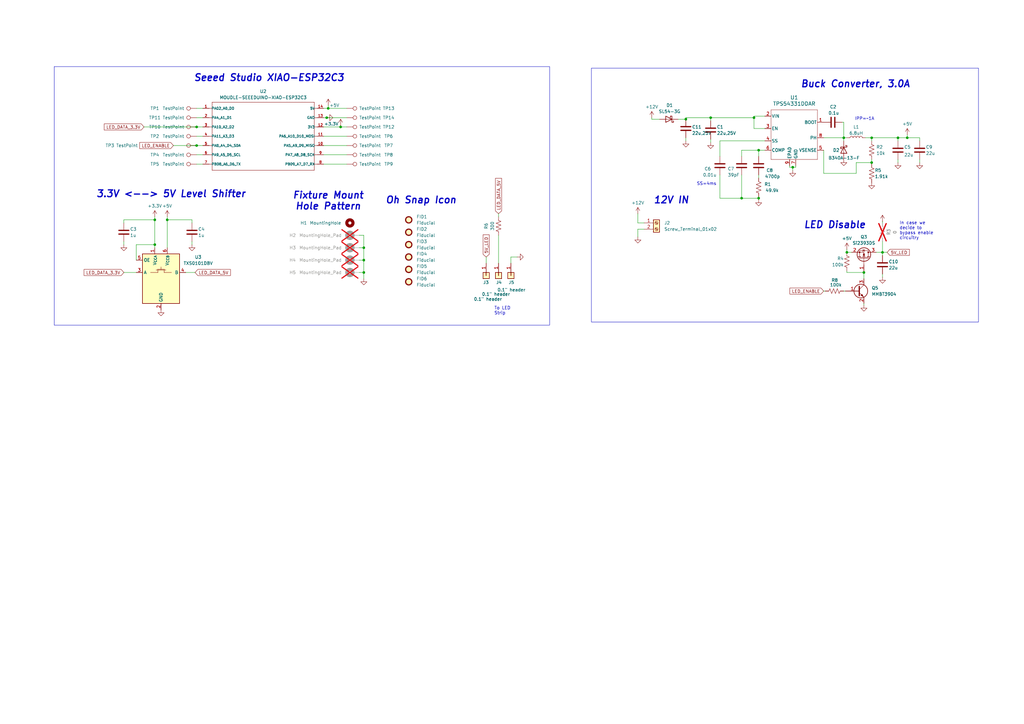
<source format=kicad_sch>
(kicad_sch (version 20250114) (generator "eeschema") (generator_version "9.0")
  (paper "A3")
  (lib_symbols
    (symbol "1-RJC-RV:MOUDLE-SEEEDUINO-XIAO-ESP32C3" (pin_names (offset 1.016))
      (property "Reference" "U" (at -21.59 15.24 0))
      (property "Value" "MOUDLE-SEEEDUINO-XIAO-ESP32C3" (at -21.59 13.97 0))
      (symbol "MOUDLE-SEEEDUINO-XIAO-ESP32C3_0_0"
        (polyline (pts (xy -21.59 13.97) (xy 20.32 13.97)) (stroke (width 0.1524)))
        (polyline (pts (xy -21.59 11.43) (xy -22.86 11.43)) (stroke (width 0.1524)))
        (polyline (pts (xy -21.59 11.43) (xy -21.59 13.97)) (stroke (width 0.1524)))
        (polyline (pts (xy -21.59 7.62) (xy -22.86 7.62)) (stroke (width 0.1524)))
        (polyline (pts (xy -21.59 7.62) (xy -21.59 11.43)) (stroke (width 0.1524)))
        (polyline (pts (xy -21.59 3.81) (xy -22.86 3.81)) (stroke (width 0.1524)))
        (polyline (pts (xy -21.59 3.81) (xy -21.59 7.62)) (stroke (width 0.1524)))
        (polyline (pts (xy -21.59 0) (xy -22.86 0)) (stroke (width 0.1524)))
        (polyline (pts (xy -21.59 0) (xy -21.59 3.81)) (stroke (width 0.1524)))
        (polyline (pts (xy -21.59 -3.81) (xy -22.86 -3.81)) (stroke (width 0.1524)))
        (polyline (pts (xy -21.59 -7.62) (xy -22.86 -7.62)) (stroke (width 0.1524)))
        (polyline (pts (xy -21.59 -11.43) (xy -22.86 -11.43)) (stroke (width 0.1524)))
        (polyline (pts (xy -21.59 -13.97) (xy -21.59 0)) (stroke (width 0.1524)))
        (polyline (pts (xy 20.32 13.97) (xy 20.32 11.43)) (stroke (width 0.1524)))
        (polyline (pts (xy 20.32 11.43) (xy 20.32 7.62)) (stroke (width 0.1524)))
        (polyline (pts (xy 20.32 7.62) (xy 20.32 3.81)) (stroke (width 0.1524)))
        (polyline (pts (xy 20.32 3.81) (xy 20.32 -13.97)) (stroke (width 0.1524)))
        (polyline (pts (xy 20.32 -13.97) (xy -21.59 -13.97)) (stroke (width 0.1524)))
        (polyline (pts (xy 21.59 11.43) (xy 20.32 11.43)) (stroke (width 0.1524)))
        (polyline (pts (xy 21.59 7.62) (xy 20.32 7.62)) (stroke (width 0.1524)))
        (polyline (pts (xy 21.59 3.81) (xy 20.32 3.81)) (stroke (width 0.1524)))
        (polyline (pts (xy 21.59 0) (xy 20.32 0)) (stroke (width 0.1524)))
        (polyline (pts (xy 21.59 -3.81) (xy 20.32 -3.81)) (stroke (width 0.1524)))
        (polyline (pts (xy 21.59 -7.62) (xy 20.32 -7.62)) (stroke (width 0.1524)))
        (polyline (pts (xy 21.59 -11.43) (xy 20.32 -11.43)) (stroke (width 0.1524)))
        (pin bidirectional line (at -25.4 11.43 0) (length 2.54) (name "PA02_A0_D0") (number "1"))
        (pin bidirectional line (at -25.4 7.62 0) (length 2.54) (name "PA4_A1_D1") (number "2"))
        (pin bidirectional line (at -25.4 3.81 0) (length 2.54) (name "PA10_A2_D2") (number "3"))
        (pin bidirectional line (at -25.4 0 0) (length 2.54) (name "PA11_A3_D3") (number "4"))
        (pin bidirectional line (at -25.4 -3.81 0) (length 2.54) (name "PA8_A4_D4_SDA") (number "5"))
        (pin bidirectional line (at -25.4 -7.62 0) (length 2.54) (name "PA9_A5_D5_SCL") (number "6"))
        (pin bidirectional line (at -25.4 -11.43 0) (length 2.54) (name "PB08_A6_D6_TX") (number "7"))
        (pin bidirectional line (at 24.13 11.43 180) (length 2.54) (name "5V") (number "14"))
        (pin bidirectional line (at 24.13 7.62 180) (length 2.54) (name "GND") (number "13"))
        (pin bidirectional line (at 24.13 3.81 180) (length 2.54) (name "3V3") (number "12"))
        (pin bidirectional line (at 24.13 0 180) (length 2.54) (name "PA6_A10_D10_MOSI") (number "11"))
        (pin bidirectional line (at 24.13 -3.81 180) (length 2.54) (name "PA5_A9_D9_MISO") (number "10"))
        (pin bidirectional line (at 24.13 -7.62 180) (length 2.54) (name "PA7_A8_D8_SCK") (number "9"))
        (pin bidirectional line (at 24.13 -11.43 180) (length 2.54) (name "PB09_A7_D7_RX") (number "8"))
      )
    )
    (symbol "1-RJC-RV:TPS54331DDAR" (pin_names (offset 0.254))
      (property "Reference" "U" (at 0.254 15.494 0))
      (property "Value" "TPS54331DDAR" (at 0.254 12.954 0))
      (symbol "TPS54331DDAR_0_1"
        (polyline (pts (xy -8.89 8.89) (xy -8.89 -11.43)) (stroke (width 0.127)))
        (polyline (pts (xy -8.89 -11.43) (xy 10.16 -11.43)) (stroke (width 0.127)))
        (polyline (pts (xy 10.16 8.89) (xy -8.89 8.89)) (stroke (width 0.127)))
        (polyline (pts (xy 10.16 -11.43) (xy 10.16 8.89)) (stroke (width 0.127)))
      )
      (symbol "TPS54331DDAR_1_1"
        (pin input line (at -11.43 6.35 0) (length 2.54) (name "VIN") (number "2"))
        (pin unspecified line (at -11.43 1.27 0) (length 2.54) (name "EN") (number "3"))
        (pin unspecified line (at -11.43 -3.81 0) (length 2.54) (name "SS") (number "4"))
        (pin output line (at -11.43 -7.62 0) (length 2.54) (name "COMP") (number "6"))
        (pin unspecified line (at -1.27 -13.97 90) (length 2.54) (name "EPAD") (number "9"))
        (pin power_in line (at 1.27 -13.97 90) (length 2.54) (name "GND") (number "7"))
        (pin unspecified line (at 12.7 3.81 180) (length 2.54) (name "BOOT") (number "1"))
        (pin power_in line (at 12.7 -2.54 180) (length 2.54) (name "PH") (number "8"))
        (pin unspecified line (at 12.7 -7.62 180) (length 2.54) (name "VSENSE") (number "5"))
      )
    )
    (symbol "Connector:Screw_Terminal_01x02" (pin_names (offset 1.016) (hide yes))
      (property "Reference" "J" (at 0 2.54 0))
      (property "Value" "Screw_Terminal_01x02" (at 0 -5.08 0))
      (symbol "Screw_Terminal_01x02_1_1"
        (rectangle (start -1.27 1.27) (end 1.27 -3.81) (stroke (width 0.254)) (fill (type background)))
        (polyline (pts (xy -0.5334 0.3302) (xy 0.3302 -0.508)) (stroke (width 0.1524)))
        (polyline (pts (xy -0.5334 -2.2098) (xy 0.3302 -3.048)) (stroke (width 0.1524)))
        (polyline (pts (xy -0.3556 0.508) (xy 0.508 -0.3302)) (stroke (width 0.1524)))
        (polyline (pts (xy -0.3556 -2.032) (xy 0.508 -2.8702)) (stroke (width 0.1524)))
        (circle (center 0 0) (radius 0.635) (stroke (width 0.1524)))
        (circle (center 0 -2.54) (radius 0.635) (stroke (width 0.1524)))
        (pin passive line (at -5.08 0 0) (length 3.81) (name "Pin_1") (number "1"))
        (pin passive line (at -5.08 -2.54 0) (length 3.81) (name "Pin_2") (number "2"))
      )
    )
    (symbol "Connector:TestPoint" (pin_numbers (hide yes)) (pin_names (offset 0.762) (hide yes))
      (property "Reference" "TP" (at 0 6.858 0))
      (property "Value" "TestPoint" (at 0 5.08 0))
      (symbol "TestPoint_0_1"
        (circle (center 0 3.302) (radius 0.762))
      )
      (symbol "TestPoint_1_1"
        (pin passive line (at 0 0 90) (length 2.54) (name "1") (number "1"))
      )
    )
    (symbol "Connector_Generic:Conn_01x01" (pin_names (offset 1.016) (hide yes))
      (property "Reference" "J" (at 0 2.54 0))
      (property "Value" "Conn_01x01" (at 0 -2.54 0))
      (symbol "Conn_01x01_1_1"
        (rectangle (start -1.27 1.27) (end 1.27 -1.27) (stroke (width 0.254)) (fill (type background)))
        (rectangle (start -1.27 0.127) (end 0 -0.127) (stroke (width 0.1524)))
        (pin passive line (at -5.08 0 0) (length 3.81) (name "Pin_1") (number "1"))
      )
    )
    (symbol "Device:C" (pin_numbers (hide yes)) (pin_names (offset 0.254))
      (property "Reference" "C" (at 0.635 2.54 0))
      (property "Value" "C" (at 0.635 -2.54 0))
      (symbol "C_0_1"
        (polyline (pts (xy -2.032 0.762) (xy 2.032 0.762)) (stroke (width 0.508)))
        (polyline (pts (xy -2.032 -0.762) (xy 2.032 -0.762)) (stroke (width 0.508)))
      )
      (symbol "C_1_1"
        (pin passive line (at 0 3.81 270) (length 2.794) (name "~") (number "1"))
        (pin passive line (at 0 -3.81 90) (length 2.794) (name "~") (number "2"))
      )
    )
    (symbol "Device:D_Schottky" (pin_numbers (hide yes)) (pin_names (offset 1.016) (hide yes))
      (property "Reference" "D" (at 0 2.54 0))
      (property "Value" "D_Schottky" (at 0 -2.54 0))
      (symbol "D_Schottky_0_1"
        (polyline (pts (xy -1.905 0.635) (xy -1.905 1.27) (xy -1.27 1.27) (xy -1.27 -1.27) (xy -0.635 -1.27) (xy -0.635 -0.635)) (stroke (width 0.254)))
        (polyline (pts (xy 1.27 1.27) (xy 1.27 -1.27) (xy -1.27 0) (xy 1.27 1.27)) (stroke (width 0.254)))
        (polyline (pts (xy 1.27 0) (xy -1.27 0)))
      )
      (symbol "D_Schottky_1_1"
        (pin passive line (at -3.81 0 0) (length 2.54) (name "K") (number "1"))
        (pin passive line (at 3.81 0 180) (length 2.54) (name "A") (number "2"))
      )
    )
    (symbol "Device:L" (pin_numbers (hide yes)) (pin_names (offset 1.016) (hide yes))
      (property "Reference" "L" (at -1.27 0 90))
      (property "Value" "L" (at 1.905 0 90))
      (symbol "L_0_1"
        (arc (start 0 2.54) (mid 0.6323 1.905) (end 0 1.27))
        (arc (start 0 1.27) (mid 0.6323 0.635) (end 0 0))
        (arc (start 0 0) (mid 0.6323 -0.635) (end 0 -1.27))
        (arc (start 0 -1.27) (mid 0.6323 -1.905) (end 0 -2.54))
      )
      (symbol "L_1_1"
        (pin passive line (at 0 3.81 270) (length 1.27) (name "1") (number "1"))
        (pin passive line (at 0 -3.81 90) (length 1.27) (name "2") (number "2"))
      )
    )
    (symbol "Device:Q_PMOS_GSD" (pin_names (offset 0) (hide yes))
      (property "Reference" "Q" (at 5.08 1.27 0))
      (property "Value" "Q_PMOS_GSD" (at 5.08 -1.27 0))
      (symbol "Q_PMOS_GSD_0_1"
        (polyline (pts (xy 0.254 1.905) (xy 0.254 -1.905)) (stroke (width 0.254)))
        (polyline (pts (xy 0.254 0) (xy -2.54 0)))
        (polyline (pts (xy 0.762 2.286) (xy 0.762 1.27)) (stroke (width 0.254)))
        (polyline (pts (xy 0.762 1.778) (xy 3.302 1.778) (xy 3.302 -1.778) (xy 0.762 -1.778)))
        (polyline (pts (xy 0.762 0.508) (xy 0.762 -0.508)) (stroke (width 0.254)))
        (polyline (pts (xy 0.762 -1.27) (xy 0.762 -2.286)) (stroke (width 0.254)))
        (circle (center 1.651 0) (radius 2.794) (stroke (width 0.254)))
        (polyline (pts (xy 2.286 0) (xy 1.27 0.381) (xy 1.27 -0.381) (xy 2.286 0)) (fill (type outline)))
        (polyline (pts (xy 2.54 2.54) (xy 2.54 1.778)))
        (circle (center 2.54 1.778) (radius 0.254) (fill (type outline)))
        (circle (center 2.54 -1.778) (radius 0.254) (fill (type outline)))
        (polyline (pts (xy 2.54 -2.54) (xy 2.54 0) (xy 0.762 0)))
        (polyline (pts (xy 2.794 -0.508) (xy 2.921 -0.381) (xy 3.683 -0.381) (xy 3.81 -0.254)))
        (polyline (pts (xy 3.302 -0.381) (xy 2.921 0.254) (xy 3.683 0.254) (xy 3.302 -0.381)))
      )
      (symbol "Q_PMOS_GSD_1_1"
        (pin input line (at -5.08 0 0) (length 2.54) (name "G") (number "1"))
        (pin passive line (at 2.54 5.08 270) (length 2.54) (name "D") (number "3"))
        (pin passive line (at 2.54 -5.08 90) (length 2.54) (name "S") (number "2"))
      )
    )
    (symbol "Device:R_US" (pin_numbers (hide yes)) (pin_names (offset 0))
      (property "Reference" "R" (at 2.54 0 90))
      (property "Value" "R_US" (at -2.54 0 90))
      (symbol "R_US_0_1"
        (polyline (pts (xy 0 2.286) (xy 0 2.54)))
        (polyline (pts (xy 0 2.286) (xy 1.016 1.905) (xy 0 1.524) (xy -1.016 1.143) (xy 0 0.762)))
        (polyline (pts (xy 0 0.762) (xy 1.016 0.381) (xy 0 0) (xy -1.016 -0.381) (xy 0 -0.762)))
        (polyline (pts (xy 0 -0.762) (xy 1.016 -1.143) (xy 0 -1.524) (xy -1.016 -1.905) (xy 0 -2.286)))
        (polyline (pts (xy 0 -2.286) (xy 0 -2.54)))
      )
      (symbol "R_US_1_1"
        (pin passive line (at 0 3.81 270) (length 1.27) (name "~") (number "1"))
        (pin passive line (at 0 -3.81 90) (length 1.27) (name "~") (number "2"))
      )
    )
    (symbol "Logic_LevelTranslator:TXS0101DBV"
      (property "Reference" "U" (at -6.35 11.43 0))
      (property "Value" "TXS0101DBV" (at 8.89 11.43 0))
      (symbol "TXS0101DBV_0_1"
        (rectangle (start -7.62 10.16) (end 7.62 -10.16) (stroke (width 0.254)) (fill (type background)))
      )
      (symbol "TXS0101DBV_1_1"
        (polyline (pts (xy -4.318 2.54) (xy -1.27 2.54)))
        (polyline (pts (xy -2.032 3.556) (xy 2.032 3.556)))
        (polyline (pts (xy -1.524 3.81) (xy 1.524 3.81)))
        (polyline (pts (xy -1.27 2.54) (xy -1.27 3.556)))
        (polyline (pts (xy 0 3.81) (xy 0 4.826)))
        (polyline (pts (xy 1.27 2.54) (xy 1.27 3.556)))
        (polyline (pts (xy 4.318 2.54) (xy 1.27 2.54)))
        (pin input line (at -10.16 7.62 0) (length 2.54) (name "OE") (number "5"))
        (pin bidirectional line (at -10.16 2.54 0) (length 2.54) (name "A") (number "3"))
        (pin power_in line (at -2.54 12.7 270) (length 2.54) (name "V_{CCA}") (number "1"))
        (pin power_in line (at 0 -12.7 90) (length 2.54) (name "GND") (number "2"))
        (pin power_in line (at 2.54 12.7 270) (length 2.54) (name "V_{CCB}") (number "6"))
        (pin bidirectional line (at 10.16 2.54 180) (length 2.54) (name "B") (number "4"))
      )
    )
    (symbol "Mechanical:Fiducial" (exclude_from_sim yes) (in_bom no)
      (property "Reference" "FID" (at 0 5.08 0))
      (property "Value" "Fiducial" (at 0 3.175 0))
      (symbol "Fiducial_0_1"
        (circle (center 0 0) (radius 1.27) (stroke (width 0.508)) (fill (type background)))
      )
    )
    (symbol "Mechanical:MountingHole" (pin_names (offset 1.016)) (exclude_from_sim yes) (in_bom no)
      (property "Reference" "H" (at 0 5.08 0))
      (property "Value" "MountingHole" (at 0 3.175 0))
      (symbol "MountingHole_0_1"
        (circle (center 0 0) (radius 1.27) (stroke (width 1.27)))
      )
    )
    (symbol "Mechanical:MountingHole_Pad" (pin_numbers (hide yes)) (pin_names (offset 1.016) (hide yes)) (exclude_from_sim yes) (in_bom no)
      (property "Reference" "H" (at 0 6.35 0))
      (property "Value" "MountingHole_Pad" (at 0 4.445 0))
      (symbol "MountingHole_Pad_0_1"
        (circle (center 0 1.27) (radius 1.27) (stroke (width 1.27)))
      )
      (symbol "MountingHole_Pad_1_1"
        (pin input line (at 0 -2.54 90) (length 2.54) (name "1") (number "1"))
      )
    )
    (symbol "Transistor_BJT:MMBT3904" (pin_names (offset 0) (hide yes))
      (property "Reference" "Q" (at 5.08 1.905 0))
      (property "Value" "MMBT3904" (at 5.08 0 0))
      (symbol "MMBT3904_0_1"
        (polyline (pts (xy 0.635 1.905) (xy 0.635 -1.905) (xy 0.635 -1.905)) (stroke (width 0.508)))
        (polyline (pts (xy 0.635 0.635) (xy 2.54 2.54)))
        (polyline (pts (xy 0.635 -0.635) (xy 2.54 -2.54) (xy 2.54 -2.54)))
        (circle (center 1.27 0) (radius 2.8194) (stroke (width 0.254)))
        (polyline (pts (xy 1.27 -1.778) (xy 1.778 -1.27) (xy 2.286 -2.286) (xy 1.27 -1.778) (xy 1.27 -1.778)) (fill (type outline)))
      )
      (symbol "MMBT3904_1_1"
        (pin input line (at -5.08 0 0) (length 5.715) (name "B") (number "1"))
        (pin passive line (at 2.54 5.08 270) (length 2.54) (name "C") (number "3"))
        (pin passive line (at 2.54 -5.08 90) (length 2.54) (name "E") (number "2"))
      )
    )
    (symbol "power:+12V" (power) (pin_numbers (hide yes)) (pin_names (offset 0) (hide yes))
      (property "Value" "+12V" (at 0 3.556 0))
      (symbol "+12V_0_1"
        (polyline (pts (xy -0.762 1.27) (xy 0 2.54)))
        (polyline (pts (xy 0 2.54) (xy 0.762 1.27)))
        (polyline (pts (xy 0 0) (xy 0 2.54)))
      )
      (symbol "+12V_1_1"
        (pin power_in line (at 0 0 90) (length 0) (name "~") (number "1"))
      )
    )
    (symbol "power:+3.3V" (power) (pin_numbers (hide yes)) (pin_names (offset 0) (hide yes))
      (property "Value" "+3.3V" (at 0 3.556 0))
      (symbol "+3.3V_0_1"
        (polyline (pts (xy -0.762 1.27) (xy 0 2.54)))
        (polyline (pts (xy 0 2.54) (xy 0.762 1.27)))
        (polyline (pts (xy 0 0) (xy 0 2.54)))
      )
      (symbol "+3.3V_1_1"
        (pin power_in line (at 0 0 90) (length 0) (name "~") (number "1"))
      )
    )
    (symbol "power:+5V" (power) (pin_numbers (hide yes)) (pin_names (offset 0) (hide yes))
      (property "Value" "+5V" (at 0 3.556 0))
      (symbol "+5V_0_1"
        (polyline (pts (xy -0.762 1.27) (xy 0 2.54)))
        (polyline (pts (xy 0 2.54) (xy 0.762 1.27)))
        (polyline (pts (xy 0 0) (xy 0 2.54)))
      )
      (symbol "+5V_1_1"
        (pin power_in line (at 0 0 90) (length 0) (name "~") (number "1"))
      )
    )
    (symbol "power:GND" (power) (pin_names (offset 0))
      (property "Value" "GND" (at 0 -3.81 0))
      (symbol "GND_0_1"
        (polyline (pts (xy 0 0) (xy 0 -1.27) (xy 1.27 -1.27) (xy 0 -2.54) (xy -1.27 -1.27) (xy 0 -1.27)))
      )
      (symbol "GND_1_1"
        (pin power_in line (at 0 0 270) (length 0) (hide yes) (name "GND") (number "1"))
      )
    )
  )
  (rectangle (start 242.57 27.94) (end 401.32 132.08))
  (rectangle (start 22.225 27.305) (end 225.425 133.35))
  (text "IPP=~1A" (at 350.52 49.53 0) (effects (font (size 1.27 1.27)) (justify left bottom)))
  (text "LED Disable" (at 329.565 93.98 0) (effects (font (size 2.794 2.794) (thickness 0.5) (bold yes) (italic yes)) (justify left bottom)))
  (text "Buck Converter, 3.0A" (at 328.295 36.195 0) (effects (font (size 2.794 2.794) (thickness 0.5) (bold yes) (italic yes)) (justify left bottom)))
  (text "Oh Snap Icon" (at 172.72 83.82 0) (effects (font (size 2.794 2.794) (thickness 0.5) (bold yes) (italic yes)) (justify bottom)))
  (text "In case we\ndecide to\nbypass enable\ncircuitry" (at 368.935 98.425 0) (effects (font (size 1.27 1.27)) (justify left bottom)))
  (text "12V IN" (at 267.97 83.82 0) (effects (font (size 2.794 2.794) (thickness 0.5) (bold yes) (italic yes)) (justify left bottom)))
  (text "Seeed Studio XIAO-ESP32C3" (at 79.375 33.655 0) (effects (font (size 2.794 2.794) (thickness 0.5) (bold yes) (italic yes)) (justify left bottom)))
  (text "SS=4ms" (at 285.75 76.2 0) (effects (font (size 1.27 1.27)) (justify left bottom)))
  (text "Fixture Mount\nHole Pattern" (at 134.62 86.36 0) (effects (font (size 2.794 2.794) (thickness 0.5) (bold yes) (italic yes)) (justify bottom)))
  (text "To LED\nStrip" (at 202.692 125.73 0) (effects (font (size 1.27 1.27) (thickness 0.1588)) (justify left top)))
  (text "3.3V <--> 5V Level Shifter" (at 39.37 81.28 0) (effects (font (size 2.794 2.794) (thickness 0.5) (bold yes) (italic yes)) (justify left bottom)))
  (junction (at 63.5 90.17))
  (junction (at 346.075 56.515))
  (junction (at 372.11 56.515))
  (junction (at 304.165 81.28))
  (junction (at 139.7 52.07))
  (junction (at 149.225 106.68))
  (junction (at 311.15 61.595))
  (junction (at 368.3 56.515))
  (junction (at 361.95 103.505))
  (junction (at 149.225 101.6))
  (junction (at 281.305 48.895))
  (junction (at 311.15 81.28))
  (junction (at 309.245 48.26))
  (junction (at 347.345 103.505))
  (junction (at 149.225 111.76))
  (junction (at 80.645 52.07))
  (junction (at 63.5 100.33))
  (junction (at 325.12 68.58))
  (junction (at 80.645 59.69))
  (junction (at 291.465 48.26))
  (junction (at 68.58 90.17))
  (junction (at 134.62 44.45))
  (junction (at 357.505 56.515))
  (junction (at 357.505 66.675))
  (junction (at 133.985 48.26))
  (junction (at 354.33 111.76))
  (wire (pts (xy 354.965 56.515) (xy 357.505 56.515)))
  (wire (pts (xy 50.8 111.76) (xy 55.88 111.76)))
  (wire (pts (xy 368.3 57.785) (xy 368.3 56.515)))
  (wire (pts (xy 132.715 48.26) (xy 133.985 48.26)))
  (wire (pts (xy 281.305 48.895) (xy 281.305 48.26)))
  (wire (pts (xy 337.82 71.12) (xy 351.155 71.12)))
  (wire (pts (xy 323.85 68.58) (xy 325.12 68.58)))
  (wire (pts (xy 142.24 48.26) (xy 133.985 48.26)))
  (wire (pts (xy 80.645 52.07) (xy 83.185 52.07)))
  (wire (pts (xy 295.275 57.785) (xy 313.69 57.785)))
  (wire (pts (xy 325.12 68.58) (xy 325.12 69.85)))
  (wire (pts (xy 354.33 125.095) (xy 354.33 124.46)))
  (wire (pts (xy 368.3 56.515) (xy 357.505 56.515)))
  (wire (pts (xy 267.335 48.26) (xy 267.335 48.895)))
  (wire (pts (xy 142.24 63.5) (xy 132.715 63.5)))
  (wire (pts (xy 68.58 88.9) (xy 68.58 90.17)))
  (wire (pts (xy 78.74 99.06) (xy 78.74 100.33)))
  (wire (pts (xy 368.3 65.405) (xy 368.3 66.675)))
  (wire (pts (xy 78.74 91.44) (xy 78.74 90.17)))
  (wire (pts (xy 346.075 50.165) (xy 345.44 50.165)))
  (wire (pts (xy 55.88 106.68) (xy 55.88 100.33)))
  (wire (pts (xy 361.95 103.505) (xy 361.95 104.775)))
  (wire (pts (xy 304.165 61.595) (xy 311.15 61.595)))
  (wire (pts (xy 50.8 99.06) (xy 50.8 100.33)))
  (wire (pts (xy 311.15 64.135) (xy 311.15 61.595)))
  (wire (pts (xy 149.225 111.76) (xy 149.225 114.3)))
  (wire (pts (xy 147.32 111.76) (xy 149.225 111.76)))
  (wire (pts (xy 372.11 56.515) (xy 377.19 56.515)))
  (wire (pts (xy 55.88 100.33) (xy 63.5 100.33)))
  (wire (pts (xy 354.33 111.76) (xy 354.33 114.3)))
  (wire (pts (xy 291.465 49.53) (xy 291.465 48.26)))
  (wire (pts (xy 212.09 105.41) (xy 209.55 105.41)))
  (wire (pts (xy 346.075 50.165) (xy 346.075 56.515)))
  (wire (pts (xy 68.58 90.17) (xy 68.58 101.6)))
  (wire (pts (xy 357.505 56.515) (xy 357.505 57.785)))
  (wire (pts (xy 142.24 44.45) (xy 134.62 44.45)))
  (wire (pts (xy 142.24 52.07) (xy 139.7 52.07)))
  (wire (pts (xy 354.33 111.76) (xy 354.33 111.125)))
  (wire (pts (xy 359.41 103.505) (xy 361.95 103.505)))
  (wire (pts (xy 309.245 47.625) (xy 313.69 47.625)))
  (wire (pts (xy 361.95 90.805) (xy 361.95 91.44)))
  (wire (pts (xy 149.225 101.6) (xy 149.225 106.68)))
  (wire (pts (xy 80.645 48.26) (xy 83.185 48.26)))
  (wire (pts (xy 267.335 48.895) (xy 270.51 48.895)))
  (wire (pts (xy 134.62 43.18) (xy 134.62 44.45)))
  (wire (pts (xy 209.55 105.41) (xy 209.55 107.95)))
  (wire (pts (xy 337.82 61.595) (xy 337.82 71.12)))
  (wire (pts (xy 347.345 103.505) (xy 349.25 103.505)))
  (wire (pts (xy 149.225 106.68) (xy 149.225 111.76)))
  (wire (pts (xy 377.19 65.405) (xy 377.19 66.675)))
  (wire (pts (xy 142.24 67.31) (xy 132.715 67.31)))
  (wire (pts (xy 295.275 81.28) (xy 304.165 81.28)))
  (wire (pts (xy 372.11 56.515) (xy 368.3 56.515)))
  (wire (pts (xy 346.075 119.38) (xy 346.71 119.38)))
  (wire (pts (xy 199.39 105.41) (xy 199.39 107.95)))
  (wire (pts (xy 377.19 56.515) (xy 377.19 57.785)))
  (wire (pts (xy 351.155 66.675) (xy 357.505 66.675)))
  (wire (pts (xy 50.8 91.44) (xy 50.8 90.17)))
  (wire (pts (xy 261.62 91.44) (xy 264.16 91.44)))
  (wire (pts (xy 346.075 56.515) (xy 347.345 56.515)))
  (wire (pts (xy 204.47 96.52) (xy 204.47 107.95)))
  (wire (pts (xy 80.645 44.45) (xy 83.185 44.45)))
  (wire (pts (xy 80.645 67.31) (xy 83.185 67.31)))
  (wire (pts (xy 278.13 48.895) (xy 281.305 48.895)))
  (wire (pts (xy 80.645 55.88) (xy 83.185 55.88)))
  (wire (pts (xy 291.465 48.26) (xy 309.245 48.26)))
  (wire (pts (xy 337.82 56.515) (xy 346.075 56.515)))
  (wire (pts (xy 134.62 44.45) (xy 132.715 44.45)))
  (wire (pts (xy 132.715 52.07) (xy 139.7 52.07)))
  (wire (pts (xy 68.58 90.17) (xy 78.74 90.17)))
  (wire (pts (xy 76.2 111.76) (xy 80.01 111.76)))
  (wire (pts (xy 261.62 93.98) (xy 261.62 97.155)))
  (wire (pts (xy 337.82 119.38) (xy 338.455 119.38)))
  (wire (pts (xy 346.075 57.785) (xy 346.075 56.515)))
  (wire (pts (xy 71.12 59.69) (xy 80.645 59.69)))
  (wire (pts (xy 63.5 88.9) (xy 63.5 90.17)))
  (wire (pts (xy 357.505 65.405) (xy 357.505 66.675)))
  (wire (pts (xy 147.32 101.6) (xy 149.225 101.6)))
  (wire (pts (xy 309.245 48.26) (xy 309.245 52.705)))
  (wire (pts (xy 63.5 90.17) (xy 63.5 100.33)))
  (wire (pts (xy 142.24 55.88) (xy 132.715 55.88)))
  (wire (pts (xy 311.15 71.755) (xy 311.15 73.025)))
  (wire (pts (xy 347.345 102.235) (xy 347.345 103.505)))
  (wire (pts (xy 291.465 57.15) (xy 291.465 58.42)))
  (wire (pts (xy 323.85 67.945) (xy 323.85 68.58)))
  (wire (pts (xy 80.645 59.69) (xy 83.185 59.69)))
  (wire (pts (xy 311.15 81.28) (xy 311.15 81.915)))
  (wire (pts (xy 351.155 71.12) (xy 351.155 66.675)))
  (wire (pts (xy 204.47 87.63) (xy 204.47 88.9)))
  (wire (pts (xy 347.345 111.76) (xy 354.33 111.76)))
  (wire (pts (xy 326.39 68.58) (xy 326.39 67.945)))
  (wire (pts (xy 281.305 48.26) (xy 291.465 48.26)))
  (wire (pts (xy 361.95 99.06) (xy 361.95 103.505)))
  (wire (pts (xy 147.32 96.52) (xy 149.225 96.52)))
  (wire (pts (xy 139.7 52.07) (xy 139.7 51.435)))
  (wire (pts (xy 149.225 96.52) (xy 149.225 101.6)))
  (wire (pts (xy 295.275 57.785) (xy 295.275 64.135)))
  (wire (pts (xy 295.275 71.755) (xy 295.275 81.28)))
  (wire (pts (xy 304.165 64.135) (xy 304.165 61.595)))
  (wire (pts (xy 372.11 55.245) (xy 372.11 56.515)))
  (wire (pts (xy 313.69 52.705) (xy 309.245 52.705)))
  (wire (pts (xy 63.5 100.33) (xy 63.5 101.6)))
  (wire (pts (xy 311.15 80.645) (xy 311.15 81.28)))
  (wire (pts (xy 142.24 59.69) (xy 132.715 59.69)))
  (wire (pts (xy 80.645 63.5) (xy 83.185 63.5)))
  (wire (pts (xy 361.95 103.505) (xy 363.855 103.505)))
  (wire (pts (xy 357.505 66.675) (xy 357.505 67.31)))
  (wire (pts (xy 304.165 81.28) (xy 311.15 81.28)))
  (wire (pts (xy 309.245 48.26) (xy 309.245 47.625)))
  (wire (pts (xy 347.345 111.125) (xy 347.345 111.76)))
  (wire (pts (xy 311.15 61.595) (xy 313.69 61.595)))
  (wire (pts (xy 147.32 106.68) (xy 149.225 106.68)))
  (wire (pts (xy 50.8 90.17) (xy 63.5 90.17)))
  (wire (pts (xy 261.62 87.63) (xy 261.62 91.44)))
  (wire (pts (xy 361.95 112.395) (xy 361.95 113.665)))
  (wire (pts (xy 59.055 52.07) (xy 80.645 52.07)))
  (wire (pts (xy 304.165 71.755) (xy 304.165 81.28)))
  (wire (pts (xy 281.305 56.515) (xy 281.305 57.785)))
  (wire (pts (xy 261.62 93.98) (xy 264.16 93.98)))
  (wire (pts (xy 325.12 68.58) (xy 326.39 68.58)))
  (global_label "5V_LED" (shape input) (at 363.855 103.505 0) (property "Intersheetrefs" "${INTERSHEET_REFS}" (effects (hide yes))))
  (global_label "LED_DATA_5V" (shape input) (at 80.01 111.76 0) (property "Intersheetrefs" "${INTERSHEET_REFS}" (effects (hide yes))))
  (global_label "LED_DATA_3.3V" (shape input) (at 50.8 111.76 180) (property "Intersheetrefs" "${INTERSHEET_REFS}" (effects (hide yes))))
  (global_label "5V_LED" (shape input) (at 199.39 105.41 90) (property "Intersheetrefs" "${INTERSHEET_REFS}" (effects (hide yes))))
  (global_label "LED_ENABLE" (shape input) (at 337.82 119.38 180) (property "Intersheetrefs" "${INTERSHEET_REFS}" (effects (hide yes))))
  (global_label "LED_ENABLE" (shape input) (at 71.12 59.69 180) (property "Intersheetrefs" "${INTERSHEET_REFS}" (effects (hide yes))))
  (global_label "LED_DATA_5V" (shape input) (at 204.47 87.63 90) (property "Intersheetrefs" "${INTERSHEET_REFS}" (effects (hide yes))))
  (global_label "LED_DATA_3.3V" (shape input) (at 59.055 52.07 180) (property "Intersheetrefs" "${INTERSHEET_REFS}" (effects (hide yes))))
  (symbol (lib_id "power:GND") (at 149.225 114.3 0) (unit 1)
    (property "Reference" "#PWR02" (effects (hide yes)))
    (property "Value" "GND" (effects (hide yes)))
  )
  (symbol (lib_id "Connector_Generic:Conn_01x01") (at 199.39 113.03 270) (unit 1)
    (property "Reference" "J3" (at 198.12 115.824 90) (effects (justify left)))
    (property "Value" "0.1\" header" (at 194.31 122.682 90) (effects (justify left)))
    (property "Footprint" "Connector_PinHeader_2.54mm:PinHeader_1x01_P2.54mm_Vertical" (effects (hide yes)))
    (property "Description" "Generic connector, single row, 01x01, script generated (kicad-library-utils/schlib/autogen/connector/)" (effects (hide yes)))
  )
  (symbol (lib_id "Connector:TestPoint") (at 142.24 59.69 270) (mirror x) (unit 1) (in_bom no)
    (property "Reference" "TP7" (at 159.385 59.69 90))
    (property "Value" "TestPoint" (at 151.765 59.69 90))
    (property "Footprint" "1-rjc-rv:TP_Wire-26ga" (effects (hide yes)))
    (property "Description" "test point" (effects (hide yes)))
  )
  (symbol (lib_id "Mechanical:MountingHole_Pad") (at 144.78 101.6 90) (unit 1) (exclude_from_sim yes) (in_bom no) (dnp yes)
    (property "Reference" "H3" (at 120.015 101.6 90))
    (property "Value" "MountingHole_Pad" (at 131.445 101.6 90))
    (property "Footprint" "KM-ESP-Kit:Mount-Hole-#4" (effects (hide yes)))
    (property "Description" "Mounting Hole with connection" (effects (hide yes)))
  )
  (symbol (lib_id "Connector:TestPoint") (at 142.24 48.26 270) (mirror x) (unit 1) (in_bom no)
    (property "Reference" "TP14" (at 159.385 48.26 90))
    (property "Value" "TestPoint" (at 151.765 48.26 90))
    (property "Footprint" "1-rjc-rv:TP_Wire-26ga" (effects (hide yes)))
    (property "Description" "test point" (effects (hide yes)))
  )
  (symbol (lib_id "Connector:TestPoint") (at 142.24 55.88 270) (mirror x) (unit 1) (in_bom no)
    (property "Reference" "TP6" (at 159.385 55.88 90))
    (property "Value" "TestPoint" (at 151.765 55.88 90))
    (property "Footprint" "1-rjc-rv:TP_Wire-26ga" (effects (hide yes)))
    (property "Description" "test point" (effects (hide yes)))
  )
  (symbol (lib_id "Mechanical:Fiducial") (at 167.64 110.49 0) (unit 1) (exclude_from_sim yes) (in_bom no)
    (property "Reference" "FID5" (at 170.815 109.2199 0) (effects (justify left)))
    (property "Value" "Fiducial" (at 170.815 111.7599 0) (effects (justify left)))
    (property "Footprint" "1-rjc-rv:brokedit_icon_750x750" (effects (hide yes)))
    (property "Description" "Fiducial Marker" (effects (hide yes)))
  )
  (symbol (lib_id "Device:R_US") (at 357.505 71.12 0) (unit 1)
    (property "Reference" "R5" (at 358.775 69.85 0) (effects (justify left)))
    (property "Value" "1.91k" (at 358.775 72.39 0) (effects (justify left)))
    (property "Footprint" "Resistor_SMD:R_0603_1608Metric_Pad0.98x0.95mm_HandSolder" (effects (hide yes)))
    (property "Datasheet" "https://www.digikey.com/en/products/detail/yageo/RC0603FR-071K91L/726877" (effects (hide yes)))
  )
  (symbol (lib_id "Device:C") (at 281.305 52.705 0) (unit 1)
    (property "Reference" "C11" (at 283.845 52.07 0) (effects (justify left)))
    (property "Value" "22u,25V" (at 283.845 54.61 0) (effects (justify left)))
    (property "Footprint" "Capacitor_SMD:C_0805_2012Metric_Pad1.18x1.45mm_HandSolder" (effects (hide yes)))
    (property "Datasheet" "https://www.digikey.com/en/products/detail/samsung-electro-mechanics/CL21A226MAYNNNE/10479857" (effects (hide yes)))
  )
  (symbol (lib_id "Device:Q_PMOS_GSD") (at 354.33 106.045 270) (mirror x) (unit 1)
    (property "Reference" "Q3" (at 354.33 97.155 90))
    (property "Value" "Si2393DS" (at 354.33 99.695 90))
    (property "Footprint" "Package_TO_SOT_SMD:TSOT-23" (effects (hide yes)))
    (property "Datasheet" "https://www.digikey.com/en/products/detail/vishay-siliconix/si2393ds-t1-ge3/10484574" (effects (hide yes)))
    (property "Description" "P-MOSFET transistor, gate/source/drain" (effects (hide yes)))
  )
  (symbol (lib_id "Transistor_BJT:MMBT3904") (at 351.79 119.38 0) (unit 1)
    (property "Reference" "Q5" (at 357.505 118.1099 0) (effects (justify left)))
    (property "Value" "MMBT3904" (at 357.505 120.6499 0) (effects (justify left)))
    (property "Footprint" "Package_TO_SOT_SMD:SOT-23" (effects (hide yes)))
    (property "Datasheet" "https://www.digikey.com/en/products/detail/nexperia-usa-inc/MMBT3904-215/1156599" (effects (hide yes)))
    (property "Description" "0.2A Ic, 40V Vce, Small Signal NPN Transistor, SOT-23" (effects (hide yes)))
  )
  (symbol (lib_id "Device:C") (at 304.165 67.945 0) (unit 1)
    (property "Reference" "C7" (at 298.45 69.215 0) (effects (justify left)))
    (property "Value" "39pF" (at 298.45 71.755 0) (effects (justify left)))
    (property "Footprint" "Capacitor_SMD:C_0603_1608Metric_Pad1.08x0.95mm_HandSolder" (effects (hide yes)))
    (property "Datasheet" "https://www.digikey.com/en/products/detail/kemet/C0603C390J5GACTU/2200652" (effects (hide yes)))
  )
  (symbol (lib_id "power:GND") (at 261.62 97.155 0) (unit 1)
    (property "Reference" "#PWR039" (effects (hide yes)))
    (property "Value" "GND" (effects (hide yes)))
  )
  (symbol (lib_id "Connector:TestPoint") (at 80.645 52.07 90) (unit 1) (in_bom no)
    (property "Reference" "TP10" (at 63.5 52.07 90))
    (property "Value" "TestPoint" (at 71.12 52.07 90))
    (property "Footprint" "1-rjc-rv:TP_Wire-26ga" (effects (hide yes)))
    (property "Description" "test point" (effects (hide yes)))
  )
  (symbol (lib_id "power:GND") (at 212.09 105.41 90) (mirror x) (unit 1)
    (property "Reference" "#PWR036" (effects (hide yes)))
    (property "Value" "GND" (effects (hide yes)))
  )
  (symbol (lib_id "Device:R_US") (at 361.95 95.25 180) (unit 1) (dnp yes)
    (property "Reference" "R3" (at 364.49 96.52 90) (effects (justify right)))
    (property "Value" "0" (at 367.03 95.25 90))
    (property "Footprint" "Resistor_SMD:R_0603_1608Metric_Pad0.98x0.95mm_HandSolder" (effects (hide yes)))
    (property "Datasheet" "https://www.digikey.com/en/products/detail/stackpole-electronics-inc/RMCF1210JT300R/1715129" (effects (hide yes)))
  )
  (symbol (lib_id "Device:C") (at 78.74 95.25 0) (unit 1)
    (property "Reference" "C4" (at 81.28 93.98 0) (effects (justify left)))
    (property "Value" "1u" (at 81.28 96.52 0) (effects (justify left)))
    (property "Footprint" "Capacitor_SMD:C_0603_1608Metric_Pad1.08x0.95mm_HandSolder" (effects (hide yes)))
    (property "Datasheet" "https://www.digikey.com/en/products/detail/samsung-electro-mechanics/CL31A226MOCLNNC/3888386" (effects (hide yes)))
  )
  (symbol (lib_id "Mechanical:Fiducial") (at 167.64 90.17 0) (unit 1) (exclude_from_sim yes) (in_bom no)
    (property "Reference" "FID1" (at 170.815 88.8999 0) (effects (justify left)))
    (property "Value" "Fiducial" (at 170.815 91.4399 0) (effects (justify left)))
    (property "Footprint" "1-rjc-rv:brokedit_icon_750x750" (effects (hide yes)))
    (property "Description" "Fiducial Marker" (effects (hide yes)))
  )
  (symbol (lib_id "power:GND") (at 361.95 113.665 0) (unit 1)
    (property "Reference" "#PWR018" (effects (hide yes)))
    (property "Value" "GND" (effects (hide yes)))
  )
  (symbol (lib_id "Device:R_US") (at 311.15 76.835 0) (unit 1)
    (property "Reference" "R1" (at 316.23 75.565 0) (effects (justify right)))
    (property "Value" "49.9k" (at 319.405 78.105 0) (effects (justify right)))
    (property "Footprint" "Resistor_SMD:R_0603_1608Metric_Pad0.98x0.95mm_HandSolder" (effects (hide yes)))
    (property "Datasheet" "https://www.digikey.com/en/products/detail/stackpole-electronics-inc/RMCF1210JT10K0/1757294" (effects (hide yes)))
  )
  (symbol (lib_id "Connector:Screw_Terminal_01x02") (at 269.24 91.44 0) (unit 1)
    (property "Reference" "J2" (at 272.415 91.4399 0) (effects (justify left)))
    (property "Value" "Screw_Terminal_01x02" (at 272.415 93.9799 0) (effects (justify left)))
    (property "Footprint" "1-rjc-rv:CONN_OSTVN02A150_OST" (effects (hide yes)))
    (property "Datasheet" "https://www.digikey.com/en/products/detail/on-shore-technology-inc/OSTVN02A150/1588862" (effects (hide yes)))
    (property "Description" "Generic screw terminal, single row, 01x02, script generated (kicad-library-utils/schlib/autogen/connector/)" (effects (hide yes)))
  )
  (symbol (lib_id "power:+3.3V") (at 139.7 51.435 0) (unit 1)
    (property "Reference" "#PWR063" (effects (hide yes)))
    (property "Value" "+3.3V" (at 135.89 50.8 0))
    (property "Description" "Power symbol creates a global label with name \"+3.3V\"" (effects (hide yes)))
  )
  (symbol (lib_id "power:GND") (at 325.12 69.85 0) (unit 1)
    (property "Reference" "#PWR08" (effects (hide yes)))
    (property "Value" "GND" (effects (hide yes)))
  )
  (symbol (lib_id "Device:R_US") (at 357.505 61.595 0) (unit 1)
    (property "Reference" "R2" (at 359.41 60.325 0) (effects (justify left)))
    (property "Value" "10k" (at 359.41 62.865 0) (effects (justify left)))
    (property "Footprint" "Resistor_SMD:R_0603_1608Metric_Pad0.98x0.95mm_HandSolder" (effects (hide yes)))
    (property "Datasheet" "https://www.digikey.com/en/products/detail/yageo/RC0603FR-0710KL/726880" (effects (hide yes)))
  )
  (symbol (lib_id "Device:D_Schottky") (at 346.075 61.595 270) (unit 1)
    (property "Reference" "D2" (at 341.63 61.595 90) (effects (justify left)))
    (property "Value" "B340A-13-F" (at 339.725 64.77 90) (effects (justify left)))
    (property "Footprint" "Diode_SMD:D_SMA_Handsoldering" (effects (hide yes)))
    (property "Datasheet" "https://www.digikey.com/en/products/detail/diodes-incorporated/B340A-13-F/725015" (effects (hide yes)))
    (property "Description" "Schottky diode" (effects (hide yes)))
  )
  (symbol (lib_id "Connector:TestPoint") (at 80.645 55.88 90) (unit 1) (in_bom no)
    (property "Reference" "TP2" (at 63.5 55.88 90))
    (property "Value" "TestPoint" (at 71.12 55.88 90))
    (property "Footprint" "1-rjc-rv:TP_Wire-26ga" (effects (hide yes)))
    (property "Description" "test point" (effects (hide yes)))
  )
  (symbol (lib_id "Mechanical:Fiducial") (at 167.64 100.33 0) (unit 1) (exclude_from_sim yes) (in_bom no)
    (property "Reference" "FID3" (at 170.815 99.0599 0) (effects (justify left)))
    (property "Value" "Fiducial" (at 170.815 101.5999 0) (effects (justify left)))
    (property "Footprint" "1-rjc-rv:brokedit_icon_750x750" (effects (hide yes)))
    (property "Description" "Fiducial Marker" (effects (hide yes)))
  )
  (symbol (lib_id "Connector:TestPoint") (at 80.645 63.5 90) (unit 1) (in_bom no)
    (property "Reference" "TP4" (at 63.5 63.5 90))
    (property "Value" "TestPoint" (at 71.12 63.5 90))
    (property "Footprint" "1-rjc-rv:TP_Wire-26ga" (effects (hide yes)))
    (property "Description" "test point" (effects (hide yes)))
  )
  (symbol (lib_id "Mechanical:Fiducial") (at 167.64 105.41 0) (unit 1) (exclude_from_sim yes) (in_bom no)
    (property "Reference" "FID4" (at 170.815 104.1399 0) (effects (justify left)))
    (property "Value" "Fiducial" (at 170.815 106.6799 0) (effects (justify left)))
    (property "Footprint" "1-rjc-rv:brokedit_icon_750x750" (effects (hide yes)))
    (property "Description" "Fiducial Marker" (effects (hide yes)))
  )
  (symbol (lib_id "Device:L") (at 351.155 56.515 90) (unit 1)
    (property "Reference" "L1" (at 351.155 52.07 90))
    (property "Value" "6.8uH" (at 351.155 54.61 90))
    (property "Footprint" "Inductor_SMD:L_Bourns_SRN8040TA" (effects (hide yes)))
    (property "Datasheet" "https://www.digikey.com/en/products/detail/bourns-inc/SRN8040TA-6R8M/6155128" (effects (hide yes)))
    (property "Description" "Inductor" (effects (hide yes)))
  )
  (symbol (lib_id "Device:C") (at 50.8 95.25 0) (unit 1)
    (property "Reference" "C3" (at 53.34 93.98 0) (effects (justify left)))
    (property "Value" "1u" (at 53.34 96.52 0) (effects (justify left)))
    (property "Footprint" "Capacitor_SMD:C_0603_1608Metric_Pad1.08x0.95mm_HandSolder" (effects (hide yes)))
    (property "Datasheet" "https://www.digikey.com/en/products/detail/samsung-electro-mechanics/CL31A226MOCLNNC/3888386" (effects (hide yes)))
  )
  (symbol (lib_id "power:GND") (at 281.305 57.785 0) (unit 1)
    (property "Reference" "#PWR019" (effects (hide yes)))
    (property "Value" "GND" (effects (hide yes)))
  )
  (symbol (lib_id "power:+3.3V") (at 63.5 88.9 0) (unit 1)
    (property "Reference" "#PWR011" (effects (hide yes)))
    (property "Value" "+3.3V" (at 63.5 84.455 0))
    (property "Description" "Power symbol creates a global label with name \"+3.3V\"" (effects (hide yes)))
  )
  (symbol (lib_id "Device:C") (at 377.19 61.595 0) (unit 1)
    (property "Reference" "C9" (at 379.73 60.325 0) (effects (justify left)))
    (property "Value" "22u" (at 379.73 62.865 0) (effects (justify left)))
    (property "Footprint" "Capacitor_SMD:C_0805_2012Metric_Pad1.18x1.45mm_HandSolder" (effects (hide yes)))
    (property "Datasheet" "https://www.digikey.com/en/products/detail/samsung-electro-mechanics/CL21A226MAYNNNE/10479857" (effects (hide yes)))
  )
  (symbol (lib_id "Logic_LevelTranslator:TXS0101DBV") (at 66.04 114.3 0) (unit 1)
    (property "Reference" "U3" (at 81.28 105.4414 0))
    (property "Value" "TXS0101DBV" (at 81.28 107.9814 0))
    (property "Footprint" "Package_TO_SOT_SMD:SOT-23-6" (effects (hide yes)))
    (property "Datasheet" "https://www.ti.com/lit/ds/symlink/txs0101.pdf" (effects (hide yes)))
    (property "Description" "1-Bit Bidirectional Voltage-Level Shifter for Open-Drain and Push-Pull Application, SOT-23" (effects (hide yes)))
  )
  (symbol (lib_id "Device:C") (at 291.465 53.34 0) (unit 1)
    (property "Reference" "C1" (at 294.005 52.07 0) (effects (justify left)))
    (property "Value" "22u,25V" (at 294.005 54.61 0) (effects (justify left)))
    (property "Footprint" "Capacitor_SMD:C_0805_2012Metric_Pad1.18x1.45mm_HandSolder" (effects (hide yes)))
    (property "Datasheet" "https://www.digikey.com/en/products/detail/samsung-electro-mechanics/CL21A226MAYNNNE/10479857" (effects (hide yes)))
  )
  (symbol (lib_id "power:GND") (at 377.19 66.675 0) (unit 1)
    (property "Reference" "#PWR017" (effects (hide yes)))
    (property "Value" "GND" (effects (hide yes)))
  )
  (symbol (lib_id "Connector:TestPoint") (at 80.645 44.45 90) (unit 1) (in_bom no)
    (property "Reference" "TP1" (at 63.5 44.45 90))
    (property "Value" "TestPoint" (at 71.12 44.45 90))
    (property "Footprint" "1-rjc-rv:TP_Wire-26ga" (effects (hide yes)))
    (property "Description" "test point" (effects (hide yes)))
  )
  (symbol (lib_id "Connector_Generic:Conn_01x01") (at 204.47 113.03 270) (unit 1)
    (property "Reference" "J4" (at 203.454 115.824 90) (effects (justify left)))
    (property "Value" "0.1\" header" (at 197.612 120.65 90) (effects (justify left)))
    (property "Footprint" "Connector_PinHeader_2.54mm:PinHeader_1x01_P2.54mm_Vertical" (effects (hide yes)))
    (property "Description" "Generic connector, single row, 01x01, script generated (kicad-library-utils/schlib/autogen/connector/)" (effects (hide yes)))
  )
  (symbol (lib_id "Device:C") (at 361.95 108.585 0) (unit 1)
    (property "Reference" "C10" (at 364.49 107.315 0) (effects (justify left)))
    (property "Value" "22u" (at 364.49 109.855 0) (effects (justify left)))
    (property "Footprint" "Capacitor_SMD:C_0805_2012Metric_Pad1.18x1.45mm_HandSolder" (effects (hide yes)))
    (property "Datasheet" "https://www.digikey.com/en/products/detail/samsung-electro-mechanics/CL21A226MAYNNNE/10479857" (effects (hide yes)))
  )
  (symbol (lib_id "Connector:TestPoint") (at 80.645 59.69 90) (unit 1) (in_bom no)
    (property "Reference" "TP3" (at 45.085 59.69 90))
    (property "Value" "TestPoint" (at 52.07 59.69 90))
    (property "Footprint" "1-rjc-rv:TP_Wire-26ga" (effects (hide yes)))
    (property "Description" "test point" (effects (hide yes)))
  )
  (symbol (lib_id "Device:R_US") (at 342.265 119.38 90) (unit 1)
    (property "Reference" "R8" (at 340.995 114.935 90) (effects (justify right)))
    (property "Value" "100k" (at 340.36 116.84 90) (effects (justify right)))
    (property "Footprint" "Resistor_SMD:R_0603_1608Metric_Pad0.98x0.95mm_HandSolder" (effects (hide yes)))
    (property "Datasheet" "https://www.digikey.com/en/products/detail/stackpole-electronics-inc/RMCF1210JT100K/1757301" (effects (hide yes)))
  )
  (symbol (lib_id "Connector:TestPoint") (at 80.645 67.31 90) (unit 1) (in_bom no)
    (property "Reference" "TP5" (at 63.5 67.31 90))
    (property "Value" "TestPoint" (at 71.12 67.31 90))
    (property "Footprint" "1-rjc-rv:TP_Wire-26ga" (effects (hide yes)))
    (property "Description" "test point" (effects (hide yes)))
  )
  (symbol (lib_id "Device:R_US") (at 347.345 107.315 0) (unit 1)
    (property "Reference" "R4" (at 346.075 106.045 0) (effects (justify right)))
    (property "Value" "100k" (at 346.075 108.585 0) (effects (justify right)))
    (property "Footprint" "Resistor_SMD:R_0603_1608Metric_Pad0.98x0.95mm_HandSolder" (effects (hide yes)))
    (property "Datasheet" "https://www.digikey.com/en/products/detail/stackpole-electronics-inc/RMCF1210JT100K/1757301" (effects (hide yes)))
  )
  (symbol (lib_id "Connector:TestPoint") (at 142.24 52.07 270) (mirror x) (unit 1) (in_bom no)
    (property "Reference" "TP12" (at 159.385 52.07 90))
    (property "Value" "TestPoint" (at 151.765 52.07 90))
    (property "Footprint" "1-rjc-rv:TP_Wire-26ga" (effects (hide yes)))
    (property "Description" "test point" (effects (hide yes)))
  )
  (symbol (lib_id "Connector:TestPoint") (at 80.645 48.26 90) (unit 1) (in_bom no)
    (property "Reference" "TP11" (at 63.5 48.26 90))
    (property "Value" "TestPoint" (at 71.12 48.26 90))
    (property "Footprint" "1-rjc-rv:TP_Wire-26ga" (effects (hide yes)))
    (property "Description" "test point" (effects (hide yes)))
  )
  (symbol (lib_id "power:GND") (at 133.985 48.26 90) (unit 1)
    (property "Reference" "#PWR0124" (effects (hide yes)))
    (property "Value" "GND" (effects (hide yes)))
  )
  (symbol (lib_id "power:GND") (at 50.8 100.33 0) (unit 1)
    (property "Reference" "#PWR044" (effects (hide yes)))
    (property "Value" "GND" (effects (hide yes)))
  )
  (symbol (lib_id "power:GND") (at 66.04 127 0) (unit 1)
    (property "Reference" "#PWR043" (effects (hide yes)))
    (property "Value" "GND" (effects (hide yes)))
  )
  (symbol (lib_id "power:GND") (at 346.075 65.405 0) (unit 1)
    (property "Reference" "#PWR015" (effects (hide yes)))
    (property "Value" "GND" (effects (hide yes)))
  )
  (symbol (lib_id "1-RJC-RV:TPS54331DDAR") (at 325.12 53.975 0) (unit 1)
    (property "Reference" "U1" (at 325.755 40.005 0) (effects (font (size 1.524 1.524))))
    (property "Value" "TPS54331DDAR" (at 325.755 42.545 0) (effects (font (size 1.524 1.524))))
    (property "Footprint" "1-rjc-rv:DDA8_3X2P13-M" (effects (hide yes)))
    (property "Datasheet" "https://www.digikey.com/en/products/detail/texas-instruments/TPS54331DDAR/3053257" (effects (hide yes)))
  )
  (symbol (lib_id "Connector_Generic:Conn_01x01") (at 209.55 113.03 270) (unit 1)
    (property "Reference" "J5" (at 208.534 115.824 90) (effects (justify left)))
    (property "Value" "0.1\" header" (at 203.962 118.872 90) (effects (justify left)))
    (property "Footprint" "Connector_PinHeader_2.54mm:PinHeader_1x01_P2.54mm_Vertical" (effects (hide yes)))
    (property "Description" "Generic connector, single row, 01x01, script generated (kicad-library-utils/schlib/autogen/connector/)" (effects (hide yes)))
  )
  (symbol (lib_id "power:+5V") (at 347.345 102.235 0) (unit 1)
    (property "Reference" "#PWR037" (effects (hide yes)))
    (property "Value" "+5V" (at 347.345 97.79 0))
    (property "Description" "Power symbol creates a global label with name \"+5V\"" (effects (hide yes)))
  )
  (symbol (lib_id "power:GND") (at 357.505 74.93 0) (unit 1)
    (property "Reference" "#PWR09" (effects (hide yes)))
    (property "Value" "GND" (effects (hide yes)))
  )
  (symbol (lib_id "Device:C") (at 341.63 50.165 270) (unit 1)
    (property "Reference" "C2" (at 340.36 43.815 90) (effects (justify left)))
    (property "Value" "0.1u" (at 339.725 46.355 90) (effects (justify left)))
    (property "Footprint" "Capacitor_SMD:C_0603_1608Metric_Pad1.08x0.95mm_HandSolder" (effects (hide yes)))
    (property "Datasheet" "https://www.digikey.com/en/products/detail/samsung-electro-mechanics/CL10B104KA8NNNC/3886664" (effects (hide yes)))
  )
  (symbol (lib_id "Mechanical:Fiducial") (at 167.64 115.57 0) (unit 1) (exclude_from_sim yes) (in_bom no)
    (property "Reference" "FID6" (at 170.815 114.2999 0) (effects (justify left)))
    (property "Value" "Fiducial" (at 170.815 116.8399 0) (effects (justify left)))
    (property "Footprint" "1-rjc-rv:brokedit_icon_750x750" (effects (hide yes)))
    (property "Description" "Fiducial Marker" (effects (hide yes)))
  )
  (symbol (lib_id "power:GND") (at 354.33 125.095 0) (unit 1)
    (property "Reference" "#PWR040" (effects (hide yes)))
    (property "Value" "GND" (effects (hide yes)))
  )
  (symbol (lib_id "Device:C") (at 295.275 67.945 0) (unit 1)
    (property "Reference" "C6" (at 288.925 69.215 0) (effects (justify left)))
    (property "Value" "0.01u" (at 288.29 71.755 0) (effects (justify left)))
    (property "Footprint" "Capacitor_SMD:C_0603_1608Metric_Pad1.08x0.95mm_HandSolder" (effects (hide yes)))
    (property "Datasheet" "https://www.digikey.com/en/products/detail/samsung-electro-mechanics/CL10B104KA8NNNC/3886664" (effects (hide yes)))
  )
  (symbol (lib_id "power:+12V") (at 261.62 87.63 0) (unit 1)
    (property "Reference" "#PWR01" (effects (hide yes)))
    (property "Value" "+12V" (at 261.62 83.185 0))
    (property "Description" "Power symbol creates a global label with name \"+12V\"" (effects (hide yes)))
  )
  (symbol (lib_id "power:+5V") (at 361.95 90.805 0) (unit 1)
    (property "Reference" "#PWR05" (effects (hide yes)))
    (property "Value" "+5V" (effects (hide yes)))
    (property "Description" "Power symbol creates a global label with name \"+5V\"" (effects (hide yes)))
  )
  (symbol (lib_id "Mechanical:MountingHole_Pad") (at 144.78 106.68 90) (unit 1) (exclude_from_sim yes) (in_bom no) (dnp yes)
    (property "Reference" "H4" (at 120.015 106.68 90))
    (property "Value" "MountingHole_Pad" (at 131.445 106.68 90))
    (property "Footprint" "KM-ESP-Kit:Mount-Hole-#4" (effects (hide yes)))
    (property "Description" "Mounting Hole with connection" (effects (hide yes)))
  )
  (symbol (lib_id "power:GND") (at 291.465 58.42 0) (unit 1)
    (property "Reference" "#PWR06" (effects (hide yes)))
    (property "Value" "GND" (effects (hide yes)))
  )
  (symbol (lib_id "Mechanical:MountingHole") (at 143.51 91.44 0) (unit 1) (exclude_from_sim yes) (in_bom no)
    (property "Reference" "H1" (at 123.19 91.44 0) (effects (justify left)))
    (property "Value" "MountingHole" (at 127 91.44 0) (effects (justify left)))
    (property "Footprint" "KM-ESP-Kit:Mount-Hole-#4-NoPad" (effects (hide yes)))
    (property "Description" "Mounting Hole without connection" (effects (hide yes)))
  )
  (symbol (lib_id "Device:R_US") (at 204.47 92.71 0) (unit 1)
    (property "Reference" "R6" (at 199.39 92.71 90))
    (property "Value" "300" (at 201.93 92.71 90))
    (property "Footprint" "Resistor_SMD:R_0603_1608Metric_Pad0.98x0.95mm_HandSolder" (effects (hide yes)))
    (property "Datasheet" "https://www.digikey.com/en/products/detail/stackpole-electronics-inc/RMCF1210JT300R/1715129" (effects (hide yes)))
  )
  (symbol (lib_id "power:GND") (at 368.3 66.675 0) (unit 1)
    (property "Reference" "#PWR012" (effects (hide yes)))
    (property "Value" "GND" (effects (hide yes)))
  )
  (symbol (lib_id "Connector:TestPoint") (at 142.24 67.31 270) (mirror x) (unit 1) (in_bom no)
    (property "Reference" "TP9" (at 159.385 67.31 90))
    (property "Value" "TestPoint" (at 151.765 67.31 90))
    (property "Footprint" "1-rjc-rv:TP_Wire-26ga" (effects (hide yes)))
    (property "Description" "test point" (effects (hide yes)))
  )
  (symbol (lib_id "1-RJC-RV:MOUDLE-SEEEDUINO-XIAO-ESP32C3") (at 108.585 55.88 0) (unit 1) (in_bom no)
    (property "Reference" "U2" (at 107.95 37.465 0))
    (property "Value" "MOUDLE-SEEEDUINO-XIAO-ESP32C3" (at 107.95 40.005 0))
    (property "Footprint" "KM-ESP-Kit:SeeedStudio-MOUDLE14P-SMD-2.54-21X17.8MM" (effects (hide yes)))
  )
  (symbol (lib_id "Connector:TestPoint") (at 142.24 63.5 270) (mirror x) (unit 1) (in_bom no)
    (property "Reference" "TP8" (at 159.385 63.5 90))
    (property "Value" "TestPoint" (at 151.765 63.5 90))
    (property "Footprint" "1-rjc-rv:TP_Wire-26ga" (effects (hide yes)))
    (property "Description" "test point" (effects (hide yes)))
  )
  (symbol (lib_id "power:+5V") (at 68.58 88.9 0) (unit 1)
    (property "Reference" "#PWR010" (effects (hide yes)))
    (property "Value" "+5V" (at 68.58 84.455 0))
    (property "Description" "Power symbol creates a global label with name \"+5V\"" (effects (hide yes)))
  )
  (symbol (lib_id "power:+5V") (at 372.11 55.245 0) (unit 1)
    (property "Reference" "#PWR013" (effects (hide yes)))
    (property "Value" "+5V" (at 372.11 50.8 0))
    (property "Description" "Power symbol creates a global label with name \"+5V\"" (effects (hide yes)))
  )
  (symbol (lib_id "power:GND") (at 311.15 81.915 0) (unit 1)
    (property "Reference" "#PWR014" (effects (hide yes)))
    (property "Value" "GND" (effects (hide yes)))
  )
  (symbol (lib_id "Mechanical:Fiducial") (at 167.64 95.25 0) (unit 1) (exclude_from_sim yes) (in_bom no)
    (property "Reference" "FID2" (at 170.815 93.9799 0) (effects (justify left)))
    (property "Value" "Fiducial" (at 170.815 96.5199 0) (effects (justify left)))
    (property "Footprint" "1-rjc-rv:brokedit_icon_750x750" (effects (hide yes)))
    (property "Description" "Fiducial Marker" (effects (hide yes)))
  )
  (symbol (lib_id "Device:C") (at 311.15 67.945 0) (unit 1)
    (property "Reference" "C8" (at 314.325 69.85 0) (effects (justify left)))
    (property "Value" "4700p" (at 313.69 72.39 0) (effects (justify left)))
    (property "Footprint" "Capacitor_SMD:C_0603_1608Metric_Pad1.08x0.95mm_HandSolder" (effects (hide yes)))
    (property "Datasheet" "https://www.digikey.com/en/products/detail/yageo/CC0603KRX7R9BB472/302817" (effects (hide yes)))
  )
  (symbol (lib_id "Device:C") (at 368.3 61.595 0) (unit 1)
    (property "Reference" "C5" (at 370.84 60.325 0) (effects (justify left)))
    (property "Value" "22u" (at 370.84 63.5 0) (effects (justify left)))
    (property "Footprint" "Capacitor_SMD:C_0805_2012Metric_Pad1.18x1.45mm_HandSolder" (effects (hide yes)))
    (property "Datasheet" "https://www.digikey.com/en/products/detail/samsung-electro-mechanics/CL21A226MAYNNNE/10479857" (effects (hide yes)))
  )
  (symbol (lib_id "Connector:TestPoint") (at 142.24 44.45 270) (mirror x) (unit 1) (in_bom no)
    (property "Reference" "TP13" (at 159.385 44.45 90))
    (property "Value" "TestPoint" (at 151.765 44.45 90))
    (property "Footprint" "1-rjc-rv:TP_Wire-26ga" (effects (hide yes)))
    (property "Description" "test point" (effects (hide yes)))
  )
  (symbol (lib_id "power:+12V") (at 267.335 48.26 0) (unit 1)
    (property "Reference" "#PWR04" (effects (hide yes)))
    (property "Value" "+12V" (at 267.335 43.815 0))
    (property "Description" "Power symbol creates a global label with name \"+12V\"" (effects (hide yes)))
  )
  (symbol (lib_id "power:GND") (at 78.74 100.33 0) (unit 1)
    (property "Reference" "#PWR045" (effects (hide yes)))
    (property "Value" "GND" (effects (hide yes)))
  )
  (symbol (lib_id "power:+5V") (at 134.62 43.18 0) (mirror y) (unit 1)
    (property "Reference" "#PWR07" (effects (hide yes)))
    (property "Value" "+5V" (at 137.16 43.18 0))
    (property "Description" "Power symbol creates a global label with name \"+5V\"" (effects (hide yes)))
  )
  (symbol (lib_id "Mechanical:MountingHole_Pad") (at 144.78 111.76 90) (unit 1) (exclude_from_sim yes) (in_bom no) (dnp yes)
    (property "Reference" "H5" (at 120.015 111.76 90))
    (property "Value" "MountingHole_Pad" (at 131.445 111.76 90))
    (property "Footprint" "KM-ESP-Kit:Mount-Hole-#4" (effects (hide yes)))
    (property "Description" "Mounting Hole with connection" (effects (hide yes)))
  )
  (symbol (lib_id "Device:D_Schottky") (at 274.32 48.895 180) (unit 1)
    (property "Reference" "D1" (at 274.6375 43.18 0))
    (property "Value" "SL54-3G" (at 274.6375 45.72 0))
    (property "Footprint" "Diode_SMD:D_SMB_Handsoldering" (effects (hide yes)))
    (property "Datasheet" "https://www.digikey.com/en/products/detail/diotec-semiconductor/SL54-3G/22192324" (effects (hide yes)))
    (property "Description" "Schottky diode" (effects (hide yes)))
  )
  (symbol (lib_id "Mechanical:MountingHole_Pad") (at 144.78 96.52 90) (unit 1) (exclude_from_sim yes) (in_bom no) (dnp yes)
    (property "Reference" "H2" (at 120.015 96.52 90))
    (property "Value" "MountingHole_Pad" (at 131.445 96.52 90))
    (property "Footprint" "KM-ESP-Kit:Mount-Hole-#4" (effects (hide yes)))
    (property "Description" "Mounting Hole with connection" (effects (hide yes)))
  )
)
</source>
